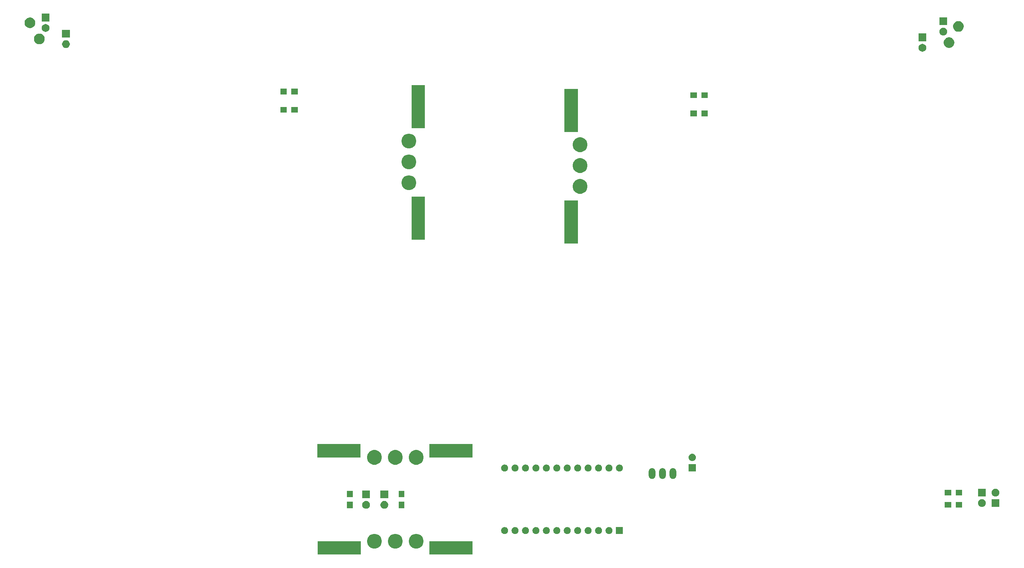
<source format=gbr>
G04 #@! TF.GenerationSoftware,KiCad,Pcbnew,(5.1.0)-1*
G04 #@! TF.CreationDate,2019-05-22T09:29:33+02:00*
G04 #@! TF.ProjectId,A320,41333230-2e6b-4696-9361-645f70636258,1*
G04 #@! TF.SameCoordinates,Original*
G04 #@! TF.FileFunction,Soldermask,Top*
G04 #@! TF.FilePolarity,Negative*
%FSLAX46Y46*%
G04 Gerber Fmt 4.6, Leading zero omitted, Abs format (unit mm)*
G04 Created by KiCad (PCBNEW (5.1.0)-1) date 2019-05-22 09:29:33*
%MOMM*%
%LPD*%
G04 APERTURE LIST*
%ADD10C,0.100000*%
G04 APERTURE END LIST*
D10*
G36*
X168656000Y-60198000D02*
G01*
X165481000Y-60198000D01*
X165481000Y-49784000D01*
X168656000Y-49784000D01*
X168656000Y-60198000D01*
G37*
X168656000Y-60198000D02*
X165481000Y-60198000D01*
X165481000Y-49784000D01*
X168656000Y-49784000D01*
X168656000Y-60198000D01*
G36*
X168656000Y-87376000D02*
G01*
X165481000Y-87376000D01*
X165481000Y-76962000D01*
X168656000Y-76962000D01*
X168656000Y-87376000D01*
G37*
X168656000Y-87376000D02*
X165481000Y-87376000D01*
X165481000Y-76962000D01*
X168656000Y-76962000D01*
X168656000Y-87376000D01*
G36*
X205867000Y-61087000D02*
G01*
X202692000Y-61087000D01*
X202692000Y-50673000D01*
X205867000Y-50673000D01*
X205867000Y-61087000D01*
G37*
X205867000Y-61087000D02*
X202692000Y-61087000D01*
X202692000Y-50673000D01*
X205867000Y-50673000D01*
X205867000Y-61087000D01*
G36*
X205867000Y-88265000D02*
G01*
X202692000Y-88265000D01*
X202692000Y-77851000D01*
X205867000Y-77851000D01*
X205867000Y-88265000D01*
G37*
X205867000Y-88265000D02*
X202692000Y-88265000D01*
X202692000Y-77851000D01*
X205867000Y-77851000D01*
X205867000Y-88265000D01*
G36*
X180213000Y-164084000D02*
G01*
X169799000Y-164084000D01*
X169799000Y-160909000D01*
X180213000Y-160909000D01*
X180213000Y-164084000D01*
G37*
X180213000Y-164084000D02*
X169799000Y-164084000D01*
X169799000Y-160909000D01*
X180213000Y-160909000D01*
X180213000Y-164084000D01*
G36*
X153035000Y-164084000D02*
G01*
X142621000Y-164084000D01*
X142621000Y-160909000D01*
X153035000Y-160909000D01*
X153035000Y-164084000D01*
G37*
X153035000Y-164084000D02*
X142621000Y-164084000D01*
X142621000Y-160909000D01*
X153035000Y-160909000D01*
X153035000Y-164084000D01*
G36*
X180213000Y-140398500D02*
G01*
X169799000Y-140398500D01*
X169799000Y-137223500D01*
X180213000Y-137223500D01*
X180213000Y-140398500D01*
G37*
X180213000Y-140398500D02*
X169799000Y-140398500D01*
X169799000Y-137223500D01*
X180213000Y-137223500D01*
X180213000Y-140398500D01*
G36*
X152971500Y-140398500D02*
G01*
X142557500Y-140398500D01*
X142557500Y-137223500D01*
X152971500Y-137223500D01*
X152971500Y-140398500D01*
G37*
X152971500Y-140398500D02*
X142557500Y-140398500D01*
X142557500Y-137223500D01*
X152971500Y-137223500D01*
X152971500Y-140398500D01*
G36*
X166850905Y-159117789D02*
G01*
X167149350Y-159177153D01*
X167477122Y-159312921D01*
X167772109Y-159510025D01*
X168022975Y-159760891D01*
X168220079Y-160055878D01*
X168355847Y-160383650D01*
X168425060Y-160731611D01*
X168425060Y-161086389D01*
X168355847Y-161434350D01*
X168220079Y-161762122D01*
X168022975Y-162057109D01*
X167772109Y-162307975D01*
X167477122Y-162505079D01*
X167149350Y-162640847D01*
X166850905Y-162700211D01*
X166801390Y-162710060D01*
X166446610Y-162710060D01*
X166397095Y-162700211D01*
X166098650Y-162640847D01*
X165770878Y-162505079D01*
X165475891Y-162307975D01*
X165225025Y-162057109D01*
X165027921Y-161762122D01*
X164892153Y-161434350D01*
X164822940Y-161086389D01*
X164822940Y-160731611D01*
X164892153Y-160383650D01*
X165027921Y-160055878D01*
X165225025Y-159760891D01*
X165475891Y-159510025D01*
X165770878Y-159312921D01*
X166098650Y-159177153D01*
X166397095Y-159117789D01*
X166446610Y-159107940D01*
X166801390Y-159107940D01*
X166850905Y-159117789D01*
X166850905Y-159117789D01*
G37*
G36*
X161770905Y-159117789D02*
G01*
X162069350Y-159177153D01*
X162397122Y-159312921D01*
X162692109Y-159510025D01*
X162942975Y-159760891D01*
X163140079Y-160055878D01*
X163275847Y-160383650D01*
X163345060Y-160731611D01*
X163345060Y-161086389D01*
X163275847Y-161434350D01*
X163140079Y-161762122D01*
X162942975Y-162057109D01*
X162692109Y-162307975D01*
X162397122Y-162505079D01*
X162069350Y-162640847D01*
X161770905Y-162700211D01*
X161721390Y-162710060D01*
X161366610Y-162710060D01*
X161317095Y-162700211D01*
X161018650Y-162640847D01*
X160690878Y-162505079D01*
X160395891Y-162307975D01*
X160145025Y-162057109D01*
X159947921Y-161762122D01*
X159812153Y-161434350D01*
X159742940Y-161086389D01*
X159742940Y-160731611D01*
X159812153Y-160383650D01*
X159947921Y-160055878D01*
X160145025Y-159760891D01*
X160395891Y-159510025D01*
X160690878Y-159312921D01*
X161018650Y-159177153D01*
X161317095Y-159117789D01*
X161366610Y-159107940D01*
X161721390Y-159107940D01*
X161770905Y-159117789D01*
X161770905Y-159117789D01*
G37*
G36*
X156690905Y-159117789D02*
G01*
X156989350Y-159177153D01*
X157317122Y-159312921D01*
X157612109Y-159510025D01*
X157862975Y-159760891D01*
X158060079Y-160055878D01*
X158195847Y-160383650D01*
X158265060Y-160731611D01*
X158265060Y-161086389D01*
X158195847Y-161434350D01*
X158060079Y-161762122D01*
X157862975Y-162057109D01*
X157612109Y-162307975D01*
X157317122Y-162505079D01*
X156989350Y-162640847D01*
X156690905Y-162700211D01*
X156641390Y-162710060D01*
X156286610Y-162710060D01*
X156237095Y-162700211D01*
X155938650Y-162640847D01*
X155610878Y-162505079D01*
X155315891Y-162307975D01*
X155065025Y-162057109D01*
X154867921Y-161762122D01*
X154732153Y-161434350D01*
X154662940Y-161086389D01*
X154662940Y-160731611D01*
X154732153Y-160383650D01*
X154867921Y-160055878D01*
X155065025Y-159760891D01*
X155315891Y-159510025D01*
X155610878Y-159312921D01*
X155938650Y-159177153D01*
X156237095Y-159117789D01*
X156286610Y-159107940D01*
X156641390Y-159107940D01*
X156690905Y-159117789D01*
X156690905Y-159117789D01*
G37*
G36*
X196018728Y-157487203D02*
G01*
X196173600Y-157551353D01*
X196312981Y-157644485D01*
X196431515Y-157763019D01*
X196524647Y-157902400D01*
X196588797Y-158057272D01*
X196621500Y-158221684D01*
X196621500Y-158389316D01*
X196588797Y-158553728D01*
X196524647Y-158708600D01*
X196431515Y-158847981D01*
X196312981Y-158966515D01*
X196173600Y-159059647D01*
X196018728Y-159123797D01*
X195854316Y-159156500D01*
X195686684Y-159156500D01*
X195522272Y-159123797D01*
X195367400Y-159059647D01*
X195228019Y-158966515D01*
X195109485Y-158847981D01*
X195016353Y-158708600D01*
X194952203Y-158553728D01*
X194919500Y-158389316D01*
X194919500Y-158221684D01*
X194952203Y-158057272D01*
X195016353Y-157902400D01*
X195109485Y-157763019D01*
X195228019Y-157644485D01*
X195367400Y-157551353D01*
X195522272Y-157487203D01*
X195686684Y-157454500D01*
X195854316Y-157454500D01*
X196018728Y-157487203D01*
X196018728Y-157487203D01*
G37*
G36*
X188398728Y-157487203D02*
G01*
X188553600Y-157551353D01*
X188692981Y-157644485D01*
X188811515Y-157763019D01*
X188904647Y-157902400D01*
X188968797Y-158057272D01*
X189001500Y-158221684D01*
X189001500Y-158389316D01*
X188968797Y-158553728D01*
X188904647Y-158708600D01*
X188811515Y-158847981D01*
X188692981Y-158966515D01*
X188553600Y-159059647D01*
X188398728Y-159123797D01*
X188234316Y-159156500D01*
X188066684Y-159156500D01*
X187902272Y-159123797D01*
X187747400Y-159059647D01*
X187608019Y-158966515D01*
X187489485Y-158847981D01*
X187396353Y-158708600D01*
X187332203Y-158553728D01*
X187299500Y-158389316D01*
X187299500Y-158221684D01*
X187332203Y-158057272D01*
X187396353Y-157902400D01*
X187489485Y-157763019D01*
X187608019Y-157644485D01*
X187747400Y-157551353D01*
X187902272Y-157487203D01*
X188066684Y-157454500D01*
X188234316Y-157454500D01*
X188398728Y-157487203D01*
X188398728Y-157487203D01*
G37*
G36*
X190938728Y-157487203D02*
G01*
X191093600Y-157551353D01*
X191232981Y-157644485D01*
X191351515Y-157763019D01*
X191444647Y-157902400D01*
X191508797Y-158057272D01*
X191541500Y-158221684D01*
X191541500Y-158389316D01*
X191508797Y-158553728D01*
X191444647Y-158708600D01*
X191351515Y-158847981D01*
X191232981Y-158966515D01*
X191093600Y-159059647D01*
X190938728Y-159123797D01*
X190774316Y-159156500D01*
X190606684Y-159156500D01*
X190442272Y-159123797D01*
X190287400Y-159059647D01*
X190148019Y-158966515D01*
X190029485Y-158847981D01*
X189936353Y-158708600D01*
X189872203Y-158553728D01*
X189839500Y-158389316D01*
X189839500Y-158221684D01*
X189872203Y-158057272D01*
X189936353Y-157902400D01*
X190029485Y-157763019D01*
X190148019Y-157644485D01*
X190287400Y-157551353D01*
X190442272Y-157487203D01*
X190606684Y-157454500D01*
X190774316Y-157454500D01*
X190938728Y-157487203D01*
X190938728Y-157487203D01*
G37*
G36*
X193478728Y-157487203D02*
G01*
X193633600Y-157551353D01*
X193772981Y-157644485D01*
X193891515Y-157763019D01*
X193984647Y-157902400D01*
X194048797Y-158057272D01*
X194081500Y-158221684D01*
X194081500Y-158389316D01*
X194048797Y-158553728D01*
X193984647Y-158708600D01*
X193891515Y-158847981D01*
X193772981Y-158966515D01*
X193633600Y-159059647D01*
X193478728Y-159123797D01*
X193314316Y-159156500D01*
X193146684Y-159156500D01*
X192982272Y-159123797D01*
X192827400Y-159059647D01*
X192688019Y-158966515D01*
X192569485Y-158847981D01*
X192476353Y-158708600D01*
X192412203Y-158553728D01*
X192379500Y-158389316D01*
X192379500Y-158221684D01*
X192412203Y-158057272D01*
X192476353Y-157902400D01*
X192569485Y-157763019D01*
X192688019Y-157644485D01*
X192827400Y-157551353D01*
X192982272Y-157487203D01*
X193146684Y-157454500D01*
X193314316Y-157454500D01*
X193478728Y-157487203D01*
X193478728Y-157487203D01*
G37*
G36*
X216941500Y-159156500D02*
G01*
X215239500Y-159156500D01*
X215239500Y-157454500D01*
X216941500Y-157454500D01*
X216941500Y-159156500D01*
X216941500Y-159156500D01*
G37*
G36*
X213798728Y-157487203D02*
G01*
X213953600Y-157551353D01*
X214092981Y-157644485D01*
X214211515Y-157763019D01*
X214304647Y-157902400D01*
X214368797Y-158057272D01*
X214401500Y-158221684D01*
X214401500Y-158389316D01*
X214368797Y-158553728D01*
X214304647Y-158708600D01*
X214211515Y-158847981D01*
X214092981Y-158966515D01*
X213953600Y-159059647D01*
X213798728Y-159123797D01*
X213634316Y-159156500D01*
X213466684Y-159156500D01*
X213302272Y-159123797D01*
X213147400Y-159059647D01*
X213008019Y-158966515D01*
X212889485Y-158847981D01*
X212796353Y-158708600D01*
X212732203Y-158553728D01*
X212699500Y-158389316D01*
X212699500Y-158221684D01*
X212732203Y-158057272D01*
X212796353Y-157902400D01*
X212889485Y-157763019D01*
X213008019Y-157644485D01*
X213147400Y-157551353D01*
X213302272Y-157487203D01*
X213466684Y-157454500D01*
X213634316Y-157454500D01*
X213798728Y-157487203D01*
X213798728Y-157487203D01*
G37*
G36*
X211258728Y-157487203D02*
G01*
X211413600Y-157551353D01*
X211552981Y-157644485D01*
X211671515Y-157763019D01*
X211764647Y-157902400D01*
X211828797Y-158057272D01*
X211861500Y-158221684D01*
X211861500Y-158389316D01*
X211828797Y-158553728D01*
X211764647Y-158708600D01*
X211671515Y-158847981D01*
X211552981Y-158966515D01*
X211413600Y-159059647D01*
X211258728Y-159123797D01*
X211094316Y-159156500D01*
X210926684Y-159156500D01*
X210762272Y-159123797D01*
X210607400Y-159059647D01*
X210468019Y-158966515D01*
X210349485Y-158847981D01*
X210256353Y-158708600D01*
X210192203Y-158553728D01*
X210159500Y-158389316D01*
X210159500Y-158221684D01*
X210192203Y-158057272D01*
X210256353Y-157902400D01*
X210349485Y-157763019D01*
X210468019Y-157644485D01*
X210607400Y-157551353D01*
X210762272Y-157487203D01*
X210926684Y-157454500D01*
X211094316Y-157454500D01*
X211258728Y-157487203D01*
X211258728Y-157487203D01*
G37*
G36*
X208718728Y-157487203D02*
G01*
X208873600Y-157551353D01*
X209012981Y-157644485D01*
X209131515Y-157763019D01*
X209224647Y-157902400D01*
X209288797Y-158057272D01*
X209321500Y-158221684D01*
X209321500Y-158389316D01*
X209288797Y-158553728D01*
X209224647Y-158708600D01*
X209131515Y-158847981D01*
X209012981Y-158966515D01*
X208873600Y-159059647D01*
X208718728Y-159123797D01*
X208554316Y-159156500D01*
X208386684Y-159156500D01*
X208222272Y-159123797D01*
X208067400Y-159059647D01*
X207928019Y-158966515D01*
X207809485Y-158847981D01*
X207716353Y-158708600D01*
X207652203Y-158553728D01*
X207619500Y-158389316D01*
X207619500Y-158221684D01*
X207652203Y-158057272D01*
X207716353Y-157902400D01*
X207809485Y-157763019D01*
X207928019Y-157644485D01*
X208067400Y-157551353D01*
X208222272Y-157487203D01*
X208386684Y-157454500D01*
X208554316Y-157454500D01*
X208718728Y-157487203D01*
X208718728Y-157487203D01*
G37*
G36*
X206178728Y-157487203D02*
G01*
X206333600Y-157551353D01*
X206472981Y-157644485D01*
X206591515Y-157763019D01*
X206684647Y-157902400D01*
X206748797Y-158057272D01*
X206781500Y-158221684D01*
X206781500Y-158389316D01*
X206748797Y-158553728D01*
X206684647Y-158708600D01*
X206591515Y-158847981D01*
X206472981Y-158966515D01*
X206333600Y-159059647D01*
X206178728Y-159123797D01*
X206014316Y-159156500D01*
X205846684Y-159156500D01*
X205682272Y-159123797D01*
X205527400Y-159059647D01*
X205388019Y-158966515D01*
X205269485Y-158847981D01*
X205176353Y-158708600D01*
X205112203Y-158553728D01*
X205079500Y-158389316D01*
X205079500Y-158221684D01*
X205112203Y-158057272D01*
X205176353Y-157902400D01*
X205269485Y-157763019D01*
X205388019Y-157644485D01*
X205527400Y-157551353D01*
X205682272Y-157487203D01*
X205846684Y-157454500D01*
X206014316Y-157454500D01*
X206178728Y-157487203D01*
X206178728Y-157487203D01*
G37*
G36*
X203638728Y-157487203D02*
G01*
X203793600Y-157551353D01*
X203932981Y-157644485D01*
X204051515Y-157763019D01*
X204144647Y-157902400D01*
X204208797Y-158057272D01*
X204241500Y-158221684D01*
X204241500Y-158389316D01*
X204208797Y-158553728D01*
X204144647Y-158708600D01*
X204051515Y-158847981D01*
X203932981Y-158966515D01*
X203793600Y-159059647D01*
X203638728Y-159123797D01*
X203474316Y-159156500D01*
X203306684Y-159156500D01*
X203142272Y-159123797D01*
X202987400Y-159059647D01*
X202848019Y-158966515D01*
X202729485Y-158847981D01*
X202636353Y-158708600D01*
X202572203Y-158553728D01*
X202539500Y-158389316D01*
X202539500Y-158221684D01*
X202572203Y-158057272D01*
X202636353Y-157902400D01*
X202729485Y-157763019D01*
X202848019Y-157644485D01*
X202987400Y-157551353D01*
X203142272Y-157487203D01*
X203306684Y-157454500D01*
X203474316Y-157454500D01*
X203638728Y-157487203D01*
X203638728Y-157487203D01*
G37*
G36*
X201098728Y-157487203D02*
G01*
X201253600Y-157551353D01*
X201392981Y-157644485D01*
X201511515Y-157763019D01*
X201604647Y-157902400D01*
X201668797Y-158057272D01*
X201701500Y-158221684D01*
X201701500Y-158389316D01*
X201668797Y-158553728D01*
X201604647Y-158708600D01*
X201511515Y-158847981D01*
X201392981Y-158966515D01*
X201253600Y-159059647D01*
X201098728Y-159123797D01*
X200934316Y-159156500D01*
X200766684Y-159156500D01*
X200602272Y-159123797D01*
X200447400Y-159059647D01*
X200308019Y-158966515D01*
X200189485Y-158847981D01*
X200096353Y-158708600D01*
X200032203Y-158553728D01*
X199999500Y-158389316D01*
X199999500Y-158221684D01*
X200032203Y-158057272D01*
X200096353Y-157902400D01*
X200189485Y-157763019D01*
X200308019Y-157644485D01*
X200447400Y-157551353D01*
X200602272Y-157487203D01*
X200766684Y-157454500D01*
X200934316Y-157454500D01*
X201098728Y-157487203D01*
X201098728Y-157487203D01*
G37*
G36*
X198558728Y-157487203D02*
G01*
X198713600Y-157551353D01*
X198852981Y-157644485D01*
X198971515Y-157763019D01*
X199064647Y-157902400D01*
X199128797Y-158057272D01*
X199161500Y-158221684D01*
X199161500Y-158389316D01*
X199128797Y-158553728D01*
X199064647Y-158708600D01*
X198971515Y-158847981D01*
X198852981Y-158966515D01*
X198713600Y-159059647D01*
X198558728Y-159123797D01*
X198394316Y-159156500D01*
X198226684Y-159156500D01*
X198062272Y-159123797D01*
X197907400Y-159059647D01*
X197768019Y-158966515D01*
X197649485Y-158847981D01*
X197556353Y-158708600D01*
X197492203Y-158553728D01*
X197459500Y-158389316D01*
X197459500Y-158221684D01*
X197492203Y-158057272D01*
X197556353Y-157902400D01*
X197649485Y-157763019D01*
X197768019Y-157644485D01*
X197907400Y-157551353D01*
X198062272Y-157487203D01*
X198226684Y-157454500D01*
X198394316Y-157454500D01*
X198558728Y-157487203D01*
X198558728Y-157487203D01*
G37*
G36*
X159168395Y-151127546D02*
G01*
X159341466Y-151199234D01*
X159341467Y-151199235D01*
X159497227Y-151303310D01*
X159629690Y-151435773D01*
X159629691Y-151435775D01*
X159733766Y-151591534D01*
X159805454Y-151764605D01*
X159842000Y-151948333D01*
X159842000Y-152135667D01*
X159805454Y-152319395D01*
X159733766Y-152492466D01*
X159733765Y-152492467D01*
X159629690Y-152648227D01*
X159497227Y-152780690D01*
X159418818Y-152833081D01*
X159341466Y-152884766D01*
X159168395Y-152956454D01*
X158984667Y-152993000D01*
X158797333Y-152993000D01*
X158613605Y-152956454D01*
X158440534Y-152884766D01*
X158363182Y-152833081D01*
X158284773Y-152780690D01*
X158152310Y-152648227D01*
X158048235Y-152492467D01*
X158048234Y-152492466D01*
X157976546Y-152319395D01*
X157940000Y-152135667D01*
X157940000Y-151948333D01*
X157976546Y-151764605D01*
X158048234Y-151591534D01*
X158152309Y-151435775D01*
X158152310Y-151435773D01*
X158284773Y-151303310D01*
X158440533Y-151199235D01*
X158440534Y-151199234D01*
X158613605Y-151127546D01*
X158797333Y-151091000D01*
X158984667Y-151091000D01*
X159168395Y-151127546D01*
X159168395Y-151127546D01*
G37*
G36*
X154723395Y-151127546D02*
G01*
X154896466Y-151199234D01*
X154896467Y-151199235D01*
X155052227Y-151303310D01*
X155184690Y-151435773D01*
X155184691Y-151435775D01*
X155288766Y-151591534D01*
X155360454Y-151764605D01*
X155397000Y-151948333D01*
X155397000Y-152135667D01*
X155360454Y-152319395D01*
X155288766Y-152492466D01*
X155288765Y-152492467D01*
X155184690Y-152648227D01*
X155052227Y-152780690D01*
X154973818Y-152833081D01*
X154896466Y-152884766D01*
X154723395Y-152956454D01*
X154539667Y-152993000D01*
X154352333Y-152993000D01*
X154168605Y-152956454D01*
X153995534Y-152884766D01*
X153918182Y-152833081D01*
X153839773Y-152780690D01*
X153707310Y-152648227D01*
X153603235Y-152492467D01*
X153603234Y-152492466D01*
X153531546Y-152319395D01*
X153495000Y-152135667D01*
X153495000Y-151948333D01*
X153531546Y-151764605D01*
X153603234Y-151591534D01*
X153707309Y-151435775D01*
X153707310Y-151435773D01*
X153839773Y-151303310D01*
X153995533Y-151199235D01*
X153995534Y-151199234D01*
X154168605Y-151127546D01*
X154352333Y-151091000D01*
X154539667Y-151091000D01*
X154723395Y-151127546D01*
X154723395Y-151127546D01*
G37*
G36*
X163769000Y-152900000D02*
G01*
X162367000Y-152900000D01*
X162367000Y-151298000D01*
X163769000Y-151298000D01*
X163769000Y-152900000D01*
X163769000Y-152900000D01*
G37*
G36*
X151196000Y-152900000D02*
G01*
X149794000Y-152900000D01*
X149794000Y-151298000D01*
X151196000Y-151298000D01*
X151196000Y-152900000D01*
X151196000Y-152900000D01*
G37*
G36*
X296805000Y-152720000D02*
G01*
X295203000Y-152720000D01*
X295203000Y-151318000D01*
X296805000Y-151318000D01*
X296805000Y-152720000D01*
X296805000Y-152720000D01*
G37*
G36*
X299505000Y-152720000D02*
G01*
X297903000Y-152720000D01*
X297903000Y-151318000D01*
X299505000Y-151318000D01*
X299505000Y-152720000D01*
X299505000Y-152720000D01*
G37*
G36*
X308545000Y-152560000D02*
G01*
X306643000Y-152560000D01*
X306643000Y-150658000D01*
X308545000Y-150658000D01*
X308545000Y-152560000D01*
X308545000Y-152560000D01*
G37*
G36*
X304561395Y-150694546D02*
G01*
X304734466Y-150766234D01*
X304734467Y-150766235D01*
X304890227Y-150870310D01*
X305022690Y-151002773D01*
X305022691Y-151002775D01*
X305126766Y-151158534D01*
X305198454Y-151331605D01*
X305235000Y-151515333D01*
X305235000Y-151702667D01*
X305198454Y-151886395D01*
X305126766Y-152059466D01*
X305126765Y-152059467D01*
X305022690Y-152215227D01*
X304890227Y-152347690D01*
X304811818Y-152400081D01*
X304734466Y-152451766D01*
X304561395Y-152523454D01*
X304377667Y-152560000D01*
X304190333Y-152560000D01*
X304006605Y-152523454D01*
X303833534Y-152451766D01*
X303756182Y-152400081D01*
X303677773Y-152347690D01*
X303545310Y-152215227D01*
X303441235Y-152059467D01*
X303441234Y-152059466D01*
X303369546Y-151886395D01*
X303333000Y-151702667D01*
X303333000Y-151515333D01*
X303369546Y-151331605D01*
X303441234Y-151158534D01*
X303545309Y-151002775D01*
X303545310Y-151002773D01*
X303677773Y-150870310D01*
X303833533Y-150766235D01*
X303833534Y-150766234D01*
X304006605Y-150694546D01*
X304190333Y-150658000D01*
X304377667Y-150658000D01*
X304561395Y-150694546D01*
X304561395Y-150694546D01*
G37*
G36*
X155397000Y-150453000D02*
G01*
X153495000Y-150453000D01*
X153495000Y-148551000D01*
X155397000Y-148551000D01*
X155397000Y-150453000D01*
X155397000Y-150453000D01*
G37*
G36*
X159842000Y-150453000D02*
G01*
X157940000Y-150453000D01*
X157940000Y-148551000D01*
X159842000Y-148551000D01*
X159842000Y-150453000D01*
X159842000Y-150453000D01*
G37*
G36*
X163769000Y-150200000D02*
G01*
X162367000Y-150200000D01*
X162367000Y-148598000D01*
X163769000Y-148598000D01*
X163769000Y-150200000D01*
X163769000Y-150200000D01*
G37*
G36*
X151196000Y-150200000D02*
G01*
X149794000Y-150200000D01*
X149794000Y-148598000D01*
X151196000Y-148598000D01*
X151196000Y-150200000D01*
X151196000Y-150200000D01*
G37*
G36*
X305235000Y-150020000D02*
G01*
X303333000Y-150020000D01*
X303333000Y-148118000D01*
X305235000Y-148118000D01*
X305235000Y-150020000D01*
X305235000Y-150020000D01*
G37*
G36*
X307871395Y-148154546D02*
G01*
X308044466Y-148226234D01*
X308044467Y-148226235D01*
X308200227Y-148330310D01*
X308332690Y-148462773D01*
X308332691Y-148462775D01*
X308436766Y-148618534D01*
X308508454Y-148791605D01*
X308545000Y-148975333D01*
X308545000Y-149162667D01*
X308508454Y-149346395D01*
X308436766Y-149519466D01*
X308436765Y-149519467D01*
X308332690Y-149675227D01*
X308200227Y-149807690D01*
X308121818Y-149860081D01*
X308044466Y-149911766D01*
X307871395Y-149983454D01*
X307687667Y-150020000D01*
X307500333Y-150020000D01*
X307316605Y-149983454D01*
X307143534Y-149911766D01*
X307066182Y-149860081D01*
X306987773Y-149807690D01*
X306855310Y-149675227D01*
X306751235Y-149519467D01*
X306751234Y-149519466D01*
X306679546Y-149346395D01*
X306643000Y-149162667D01*
X306643000Y-148975333D01*
X306679546Y-148791605D01*
X306751234Y-148618534D01*
X306855309Y-148462775D01*
X306855310Y-148462773D01*
X306987773Y-148330310D01*
X307143533Y-148226235D01*
X307143534Y-148226234D01*
X307316605Y-148154546D01*
X307500333Y-148118000D01*
X307687667Y-148118000D01*
X307871395Y-148154546D01*
X307871395Y-148154546D01*
G37*
G36*
X299505000Y-149750000D02*
G01*
X297903000Y-149750000D01*
X297903000Y-148348000D01*
X299505000Y-148348000D01*
X299505000Y-149750000D01*
X299505000Y-149750000D01*
G37*
G36*
X296805000Y-149750000D02*
G01*
X295203000Y-149750000D01*
X295203000Y-148348000D01*
X296805000Y-148348000D01*
X296805000Y-149750000D01*
X296805000Y-149750000D01*
G37*
G36*
X226727376Y-143097764D02*
G01*
X226880627Y-143144252D01*
X226880630Y-143144253D01*
X227021863Y-143219744D01*
X227145659Y-143321341D01*
X227247256Y-143445137D01*
X227322747Y-143586370D01*
X227322748Y-143586373D01*
X227369236Y-143739624D01*
X227381000Y-143859067D01*
X227381000Y-144938933D01*
X227369236Y-145058376D01*
X227322748Y-145211626D01*
X227322747Y-145211630D01*
X227247256Y-145352863D01*
X227145659Y-145476659D01*
X227021863Y-145578256D01*
X226880629Y-145653747D01*
X226880626Y-145653748D01*
X226727375Y-145700236D01*
X226568000Y-145715933D01*
X226408624Y-145700236D01*
X226255373Y-145653748D01*
X226255370Y-145653747D01*
X226114137Y-145578256D01*
X225990341Y-145476659D01*
X225888744Y-145352863D01*
X225813253Y-145211629D01*
X225813252Y-145211626D01*
X225766764Y-145058375D01*
X225755000Y-144938932D01*
X225755001Y-143859067D01*
X225766765Y-143739624D01*
X225813253Y-143586373D01*
X225813254Y-143586370D01*
X225888745Y-143445137D01*
X225990342Y-143321341D01*
X226114138Y-143219744D01*
X226255371Y-143144253D01*
X226255374Y-143144252D01*
X226408625Y-143097764D01*
X226568000Y-143082067D01*
X226727376Y-143097764D01*
X226727376Y-143097764D01*
G37*
G36*
X229267376Y-143097764D02*
G01*
X229420627Y-143144252D01*
X229420630Y-143144253D01*
X229561863Y-143219744D01*
X229685659Y-143321341D01*
X229787256Y-143445137D01*
X229862747Y-143586370D01*
X229862748Y-143586373D01*
X229909236Y-143739624D01*
X229921000Y-143859067D01*
X229921000Y-144938933D01*
X229909236Y-145058376D01*
X229862748Y-145211626D01*
X229862747Y-145211630D01*
X229787256Y-145352863D01*
X229685659Y-145476659D01*
X229561863Y-145578256D01*
X229420629Y-145653747D01*
X229420626Y-145653748D01*
X229267375Y-145700236D01*
X229108000Y-145715933D01*
X228948624Y-145700236D01*
X228795373Y-145653748D01*
X228795370Y-145653747D01*
X228654137Y-145578256D01*
X228530341Y-145476659D01*
X228428744Y-145352863D01*
X228353253Y-145211629D01*
X228353252Y-145211626D01*
X228306764Y-145058375D01*
X228295000Y-144938932D01*
X228295001Y-143859067D01*
X228306765Y-143739624D01*
X228353253Y-143586373D01*
X228353254Y-143586370D01*
X228428745Y-143445137D01*
X228530342Y-143321341D01*
X228654138Y-143219744D01*
X228795371Y-143144253D01*
X228795374Y-143144252D01*
X228948625Y-143097764D01*
X229108000Y-143082067D01*
X229267376Y-143097764D01*
X229267376Y-143097764D01*
G37*
G36*
X224187376Y-143097764D02*
G01*
X224340627Y-143144252D01*
X224340630Y-143144253D01*
X224481863Y-143219744D01*
X224605659Y-143321341D01*
X224707256Y-143445137D01*
X224782747Y-143586370D01*
X224782748Y-143586373D01*
X224829236Y-143739624D01*
X224841000Y-143859067D01*
X224841000Y-144938933D01*
X224829236Y-145058376D01*
X224782748Y-145211626D01*
X224782747Y-145211630D01*
X224707256Y-145352863D01*
X224605659Y-145476659D01*
X224481863Y-145578256D01*
X224340629Y-145653747D01*
X224340626Y-145653748D01*
X224187375Y-145700236D01*
X224028000Y-145715933D01*
X223868624Y-145700236D01*
X223715373Y-145653748D01*
X223715370Y-145653747D01*
X223574137Y-145578256D01*
X223450341Y-145476659D01*
X223348744Y-145352863D01*
X223273253Y-145211629D01*
X223273252Y-145211626D01*
X223226764Y-145058375D01*
X223215000Y-144938932D01*
X223215001Y-143859067D01*
X223226765Y-143739624D01*
X223273253Y-143586373D01*
X223273254Y-143586370D01*
X223348745Y-143445137D01*
X223450342Y-143321341D01*
X223574138Y-143219744D01*
X223715371Y-143144253D01*
X223715374Y-143144252D01*
X223868625Y-143097764D01*
X224028000Y-143082067D01*
X224187376Y-143097764D01*
X224187376Y-143097764D01*
G37*
G36*
X208718728Y-142247203D02*
G01*
X208873600Y-142311353D01*
X209012981Y-142404485D01*
X209131515Y-142523019D01*
X209224647Y-142662400D01*
X209288797Y-142817272D01*
X209321500Y-142981684D01*
X209321500Y-143149316D01*
X209288797Y-143313728D01*
X209224647Y-143468600D01*
X209131515Y-143607981D01*
X209012981Y-143726515D01*
X208873600Y-143819647D01*
X208718728Y-143883797D01*
X208554316Y-143916500D01*
X208386684Y-143916500D01*
X208222272Y-143883797D01*
X208067400Y-143819647D01*
X207928019Y-143726515D01*
X207809485Y-143607981D01*
X207716353Y-143468600D01*
X207652203Y-143313728D01*
X207619500Y-143149316D01*
X207619500Y-142981684D01*
X207652203Y-142817272D01*
X207716353Y-142662400D01*
X207809485Y-142523019D01*
X207928019Y-142404485D01*
X208067400Y-142311353D01*
X208222272Y-142247203D01*
X208386684Y-142214500D01*
X208554316Y-142214500D01*
X208718728Y-142247203D01*
X208718728Y-142247203D01*
G37*
G36*
X188398728Y-142247203D02*
G01*
X188553600Y-142311353D01*
X188692981Y-142404485D01*
X188811515Y-142523019D01*
X188904647Y-142662400D01*
X188968797Y-142817272D01*
X189001500Y-142981684D01*
X189001500Y-143149316D01*
X188968797Y-143313728D01*
X188904647Y-143468600D01*
X188811515Y-143607981D01*
X188692981Y-143726515D01*
X188553600Y-143819647D01*
X188398728Y-143883797D01*
X188234316Y-143916500D01*
X188066684Y-143916500D01*
X187902272Y-143883797D01*
X187747400Y-143819647D01*
X187608019Y-143726515D01*
X187489485Y-143607981D01*
X187396353Y-143468600D01*
X187332203Y-143313728D01*
X187299500Y-143149316D01*
X187299500Y-142981684D01*
X187332203Y-142817272D01*
X187396353Y-142662400D01*
X187489485Y-142523019D01*
X187608019Y-142404485D01*
X187747400Y-142311353D01*
X187902272Y-142247203D01*
X188066684Y-142214500D01*
X188234316Y-142214500D01*
X188398728Y-142247203D01*
X188398728Y-142247203D01*
G37*
G36*
X193478728Y-142247203D02*
G01*
X193633600Y-142311353D01*
X193772981Y-142404485D01*
X193891515Y-142523019D01*
X193984647Y-142662400D01*
X194048797Y-142817272D01*
X194081500Y-142981684D01*
X194081500Y-143149316D01*
X194048797Y-143313728D01*
X193984647Y-143468600D01*
X193891515Y-143607981D01*
X193772981Y-143726515D01*
X193633600Y-143819647D01*
X193478728Y-143883797D01*
X193314316Y-143916500D01*
X193146684Y-143916500D01*
X192982272Y-143883797D01*
X192827400Y-143819647D01*
X192688019Y-143726515D01*
X192569485Y-143607981D01*
X192476353Y-143468600D01*
X192412203Y-143313728D01*
X192379500Y-143149316D01*
X192379500Y-142981684D01*
X192412203Y-142817272D01*
X192476353Y-142662400D01*
X192569485Y-142523019D01*
X192688019Y-142404485D01*
X192827400Y-142311353D01*
X192982272Y-142247203D01*
X193146684Y-142214500D01*
X193314316Y-142214500D01*
X193478728Y-142247203D01*
X193478728Y-142247203D01*
G37*
G36*
X196018728Y-142247203D02*
G01*
X196173600Y-142311353D01*
X196312981Y-142404485D01*
X196431515Y-142523019D01*
X196524647Y-142662400D01*
X196588797Y-142817272D01*
X196621500Y-142981684D01*
X196621500Y-143149316D01*
X196588797Y-143313728D01*
X196524647Y-143468600D01*
X196431515Y-143607981D01*
X196312981Y-143726515D01*
X196173600Y-143819647D01*
X196018728Y-143883797D01*
X195854316Y-143916500D01*
X195686684Y-143916500D01*
X195522272Y-143883797D01*
X195367400Y-143819647D01*
X195228019Y-143726515D01*
X195109485Y-143607981D01*
X195016353Y-143468600D01*
X194952203Y-143313728D01*
X194919500Y-143149316D01*
X194919500Y-142981684D01*
X194952203Y-142817272D01*
X195016353Y-142662400D01*
X195109485Y-142523019D01*
X195228019Y-142404485D01*
X195367400Y-142311353D01*
X195522272Y-142247203D01*
X195686684Y-142214500D01*
X195854316Y-142214500D01*
X196018728Y-142247203D01*
X196018728Y-142247203D01*
G37*
G36*
X198558728Y-142247203D02*
G01*
X198713600Y-142311353D01*
X198852981Y-142404485D01*
X198971515Y-142523019D01*
X199064647Y-142662400D01*
X199128797Y-142817272D01*
X199161500Y-142981684D01*
X199161500Y-143149316D01*
X199128797Y-143313728D01*
X199064647Y-143468600D01*
X198971515Y-143607981D01*
X198852981Y-143726515D01*
X198713600Y-143819647D01*
X198558728Y-143883797D01*
X198394316Y-143916500D01*
X198226684Y-143916500D01*
X198062272Y-143883797D01*
X197907400Y-143819647D01*
X197768019Y-143726515D01*
X197649485Y-143607981D01*
X197556353Y-143468600D01*
X197492203Y-143313728D01*
X197459500Y-143149316D01*
X197459500Y-142981684D01*
X197492203Y-142817272D01*
X197556353Y-142662400D01*
X197649485Y-142523019D01*
X197768019Y-142404485D01*
X197907400Y-142311353D01*
X198062272Y-142247203D01*
X198226684Y-142214500D01*
X198394316Y-142214500D01*
X198558728Y-142247203D01*
X198558728Y-142247203D01*
G37*
G36*
X201098728Y-142247203D02*
G01*
X201253600Y-142311353D01*
X201392981Y-142404485D01*
X201511515Y-142523019D01*
X201604647Y-142662400D01*
X201668797Y-142817272D01*
X201701500Y-142981684D01*
X201701500Y-143149316D01*
X201668797Y-143313728D01*
X201604647Y-143468600D01*
X201511515Y-143607981D01*
X201392981Y-143726515D01*
X201253600Y-143819647D01*
X201098728Y-143883797D01*
X200934316Y-143916500D01*
X200766684Y-143916500D01*
X200602272Y-143883797D01*
X200447400Y-143819647D01*
X200308019Y-143726515D01*
X200189485Y-143607981D01*
X200096353Y-143468600D01*
X200032203Y-143313728D01*
X199999500Y-143149316D01*
X199999500Y-142981684D01*
X200032203Y-142817272D01*
X200096353Y-142662400D01*
X200189485Y-142523019D01*
X200308019Y-142404485D01*
X200447400Y-142311353D01*
X200602272Y-142247203D01*
X200766684Y-142214500D01*
X200934316Y-142214500D01*
X201098728Y-142247203D01*
X201098728Y-142247203D01*
G37*
G36*
X206178728Y-142247203D02*
G01*
X206333600Y-142311353D01*
X206472981Y-142404485D01*
X206591515Y-142523019D01*
X206684647Y-142662400D01*
X206748797Y-142817272D01*
X206781500Y-142981684D01*
X206781500Y-143149316D01*
X206748797Y-143313728D01*
X206684647Y-143468600D01*
X206591515Y-143607981D01*
X206472981Y-143726515D01*
X206333600Y-143819647D01*
X206178728Y-143883797D01*
X206014316Y-143916500D01*
X205846684Y-143916500D01*
X205682272Y-143883797D01*
X205527400Y-143819647D01*
X205388019Y-143726515D01*
X205269485Y-143607981D01*
X205176353Y-143468600D01*
X205112203Y-143313728D01*
X205079500Y-143149316D01*
X205079500Y-142981684D01*
X205112203Y-142817272D01*
X205176353Y-142662400D01*
X205269485Y-142523019D01*
X205388019Y-142404485D01*
X205527400Y-142311353D01*
X205682272Y-142247203D01*
X205846684Y-142214500D01*
X206014316Y-142214500D01*
X206178728Y-142247203D01*
X206178728Y-142247203D01*
G37*
G36*
X203638728Y-142247203D02*
G01*
X203793600Y-142311353D01*
X203932981Y-142404485D01*
X204051515Y-142523019D01*
X204144647Y-142662400D01*
X204208797Y-142817272D01*
X204241500Y-142981684D01*
X204241500Y-143149316D01*
X204208797Y-143313728D01*
X204144647Y-143468600D01*
X204051515Y-143607981D01*
X203932981Y-143726515D01*
X203793600Y-143819647D01*
X203638728Y-143883797D01*
X203474316Y-143916500D01*
X203306684Y-143916500D01*
X203142272Y-143883797D01*
X202987400Y-143819647D01*
X202848019Y-143726515D01*
X202729485Y-143607981D01*
X202636353Y-143468600D01*
X202572203Y-143313728D01*
X202539500Y-143149316D01*
X202539500Y-142981684D01*
X202572203Y-142817272D01*
X202636353Y-142662400D01*
X202729485Y-142523019D01*
X202848019Y-142404485D01*
X202987400Y-142311353D01*
X203142272Y-142247203D01*
X203306684Y-142214500D01*
X203474316Y-142214500D01*
X203638728Y-142247203D01*
X203638728Y-142247203D01*
G37*
G36*
X190938728Y-142247203D02*
G01*
X191093600Y-142311353D01*
X191232981Y-142404485D01*
X191351515Y-142523019D01*
X191444647Y-142662400D01*
X191508797Y-142817272D01*
X191541500Y-142981684D01*
X191541500Y-143149316D01*
X191508797Y-143313728D01*
X191444647Y-143468600D01*
X191351515Y-143607981D01*
X191232981Y-143726515D01*
X191093600Y-143819647D01*
X190938728Y-143883797D01*
X190774316Y-143916500D01*
X190606684Y-143916500D01*
X190442272Y-143883797D01*
X190287400Y-143819647D01*
X190148019Y-143726515D01*
X190029485Y-143607981D01*
X189936353Y-143468600D01*
X189872203Y-143313728D01*
X189839500Y-143149316D01*
X189839500Y-142981684D01*
X189872203Y-142817272D01*
X189936353Y-142662400D01*
X190029485Y-142523019D01*
X190148019Y-142404485D01*
X190287400Y-142311353D01*
X190442272Y-142247203D01*
X190606684Y-142214500D01*
X190774316Y-142214500D01*
X190938728Y-142247203D01*
X190938728Y-142247203D01*
G37*
G36*
X216338728Y-142247203D02*
G01*
X216493600Y-142311353D01*
X216632981Y-142404485D01*
X216751515Y-142523019D01*
X216844647Y-142662400D01*
X216908797Y-142817272D01*
X216941500Y-142981684D01*
X216941500Y-143149316D01*
X216908797Y-143313728D01*
X216844647Y-143468600D01*
X216751515Y-143607981D01*
X216632981Y-143726515D01*
X216493600Y-143819647D01*
X216338728Y-143883797D01*
X216174316Y-143916500D01*
X216006684Y-143916500D01*
X215842272Y-143883797D01*
X215687400Y-143819647D01*
X215548019Y-143726515D01*
X215429485Y-143607981D01*
X215336353Y-143468600D01*
X215272203Y-143313728D01*
X215239500Y-143149316D01*
X215239500Y-142981684D01*
X215272203Y-142817272D01*
X215336353Y-142662400D01*
X215429485Y-142523019D01*
X215548019Y-142404485D01*
X215687400Y-142311353D01*
X215842272Y-142247203D01*
X216006684Y-142214500D01*
X216174316Y-142214500D01*
X216338728Y-142247203D01*
X216338728Y-142247203D01*
G37*
G36*
X213798728Y-142247203D02*
G01*
X213953600Y-142311353D01*
X214092981Y-142404485D01*
X214211515Y-142523019D01*
X214304647Y-142662400D01*
X214368797Y-142817272D01*
X214401500Y-142981684D01*
X214401500Y-143149316D01*
X214368797Y-143313728D01*
X214304647Y-143468600D01*
X214211515Y-143607981D01*
X214092981Y-143726515D01*
X213953600Y-143819647D01*
X213798728Y-143883797D01*
X213634316Y-143916500D01*
X213466684Y-143916500D01*
X213302272Y-143883797D01*
X213147400Y-143819647D01*
X213008019Y-143726515D01*
X212889485Y-143607981D01*
X212796353Y-143468600D01*
X212732203Y-143313728D01*
X212699500Y-143149316D01*
X212699500Y-142981684D01*
X212732203Y-142817272D01*
X212796353Y-142662400D01*
X212889485Y-142523019D01*
X213008019Y-142404485D01*
X213147400Y-142311353D01*
X213302272Y-142247203D01*
X213466684Y-142214500D01*
X213634316Y-142214500D01*
X213798728Y-142247203D01*
X213798728Y-142247203D01*
G37*
G36*
X211258728Y-142247203D02*
G01*
X211413600Y-142311353D01*
X211552981Y-142404485D01*
X211671515Y-142523019D01*
X211764647Y-142662400D01*
X211828797Y-142817272D01*
X211861500Y-142981684D01*
X211861500Y-143149316D01*
X211828797Y-143313728D01*
X211764647Y-143468600D01*
X211671515Y-143607981D01*
X211552981Y-143726515D01*
X211413600Y-143819647D01*
X211258728Y-143883797D01*
X211094316Y-143916500D01*
X210926684Y-143916500D01*
X210762272Y-143883797D01*
X210607400Y-143819647D01*
X210468019Y-143726515D01*
X210349485Y-143607981D01*
X210256353Y-143468600D01*
X210192203Y-143313728D01*
X210159500Y-143149316D01*
X210159500Y-142981684D01*
X210192203Y-142817272D01*
X210256353Y-142662400D01*
X210349485Y-142523019D01*
X210468019Y-142404485D01*
X210607400Y-142311353D01*
X210762272Y-142247203D01*
X210926684Y-142214500D01*
X211094316Y-142214500D01*
X211258728Y-142247203D01*
X211258728Y-142247203D01*
G37*
G36*
X234708000Y-143903000D02*
G01*
X232906000Y-143903000D01*
X232906000Y-142101000D01*
X234708000Y-142101000D01*
X234708000Y-143903000D01*
X234708000Y-143903000D01*
G37*
G36*
X156690905Y-138670789D02*
G01*
X156989350Y-138730153D01*
X157317122Y-138865921D01*
X157612109Y-139063025D01*
X157862975Y-139313891D01*
X158060079Y-139608878D01*
X158195847Y-139936650D01*
X158265060Y-140284611D01*
X158265060Y-140639389D01*
X158195847Y-140987350D01*
X158060079Y-141315122D01*
X157862975Y-141610109D01*
X157612109Y-141860975D01*
X157317122Y-142058079D01*
X156989350Y-142193847D01*
X156721108Y-142247203D01*
X156641390Y-142263060D01*
X156286610Y-142263060D01*
X156206892Y-142247203D01*
X155938650Y-142193847D01*
X155610878Y-142058079D01*
X155315891Y-141860975D01*
X155065025Y-141610109D01*
X154867921Y-141315122D01*
X154732153Y-140987350D01*
X154662940Y-140639389D01*
X154662940Y-140284611D01*
X154732153Y-139936650D01*
X154867921Y-139608878D01*
X155065025Y-139313891D01*
X155315891Y-139063025D01*
X155610878Y-138865921D01*
X155938650Y-138730153D01*
X156237095Y-138670789D01*
X156286610Y-138660940D01*
X156641390Y-138660940D01*
X156690905Y-138670789D01*
X156690905Y-138670789D01*
G37*
G36*
X161770905Y-138670789D02*
G01*
X162069350Y-138730153D01*
X162397122Y-138865921D01*
X162692109Y-139063025D01*
X162942975Y-139313891D01*
X163140079Y-139608878D01*
X163275847Y-139936650D01*
X163345060Y-140284611D01*
X163345060Y-140639389D01*
X163275847Y-140987350D01*
X163140079Y-141315122D01*
X162942975Y-141610109D01*
X162692109Y-141860975D01*
X162397122Y-142058079D01*
X162069350Y-142193847D01*
X161801108Y-142247203D01*
X161721390Y-142263060D01*
X161366610Y-142263060D01*
X161286892Y-142247203D01*
X161018650Y-142193847D01*
X160690878Y-142058079D01*
X160395891Y-141860975D01*
X160145025Y-141610109D01*
X159947921Y-141315122D01*
X159812153Y-140987350D01*
X159742940Y-140639389D01*
X159742940Y-140284611D01*
X159812153Y-139936650D01*
X159947921Y-139608878D01*
X160145025Y-139313891D01*
X160395891Y-139063025D01*
X160690878Y-138865921D01*
X161018650Y-138730153D01*
X161317095Y-138670789D01*
X161366610Y-138660940D01*
X161721390Y-138660940D01*
X161770905Y-138670789D01*
X161770905Y-138670789D01*
G37*
G36*
X166850905Y-138670789D02*
G01*
X167149350Y-138730153D01*
X167477122Y-138865921D01*
X167772109Y-139063025D01*
X168022975Y-139313891D01*
X168220079Y-139608878D01*
X168355847Y-139936650D01*
X168425060Y-140284611D01*
X168425060Y-140639389D01*
X168355847Y-140987350D01*
X168220079Y-141315122D01*
X168022975Y-141610109D01*
X167772109Y-141860975D01*
X167477122Y-142058079D01*
X167149350Y-142193847D01*
X166881108Y-142247203D01*
X166801390Y-142263060D01*
X166446610Y-142263060D01*
X166366892Y-142247203D01*
X166098650Y-142193847D01*
X165770878Y-142058079D01*
X165475891Y-141860975D01*
X165225025Y-141610109D01*
X165027921Y-141315122D01*
X164892153Y-140987350D01*
X164822940Y-140639389D01*
X164822940Y-140284611D01*
X164892153Y-139936650D01*
X165027921Y-139608878D01*
X165225025Y-139313891D01*
X165475891Y-139063025D01*
X165770878Y-138865921D01*
X166098650Y-138730153D01*
X166397095Y-138670789D01*
X166446610Y-138660940D01*
X166801390Y-138660940D01*
X166850905Y-138670789D01*
X166850905Y-138670789D01*
G37*
G36*
X233917442Y-139567518D02*
G01*
X233983627Y-139574037D01*
X234153466Y-139625557D01*
X234309991Y-139709222D01*
X234345729Y-139738552D01*
X234447186Y-139821814D01*
X234530448Y-139923271D01*
X234559778Y-139959009D01*
X234643443Y-140115534D01*
X234694963Y-140285373D01*
X234712359Y-140462000D01*
X234694963Y-140638627D01*
X234643443Y-140808466D01*
X234559778Y-140964991D01*
X234541429Y-140987349D01*
X234447186Y-141102186D01*
X234345729Y-141185448D01*
X234309991Y-141214778D01*
X234153466Y-141298443D01*
X233983627Y-141349963D01*
X233917442Y-141356482D01*
X233851260Y-141363000D01*
X233762740Y-141363000D01*
X233696558Y-141356482D01*
X233630373Y-141349963D01*
X233460534Y-141298443D01*
X233304009Y-141214778D01*
X233268271Y-141185448D01*
X233166814Y-141102186D01*
X233072571Y-140987349D01*
X233054222Y-140964991D01*
X232970557Y-140808466D01*
X232919037Y-140638627D01*
X232901641Y-140462000D01*
X232919037Y-140285373D01*
X232970557Y-140115534D01*
X233054222Y-139959009D01*
X233083552Y-139923271D01*
X233166814Y-139821814D01*
X233268271Y-139738552D01*
X233304009Y-139709222D01*
X233460534Y-139625557D01*
X233630373Y-139574037D01*
X233696558Y-139567518D01*
X233762740Y-139561000D01*
X233851260Y-139561000D01*
X233917442Y-139567518D01*
X233917442Y-139567518D01*
G37*
G36*
X206728905Y-72630789D02*
G01*
X207027350Y-72690153D01*
X207355122Y-72825921D01*
X207650109Y-73023025D01*
X207900975Y-73273891D01*
X208098079Y-73568878D01*
X208233847Y-73896650D01*
X208303060Y-74244611D01*
X208303060Y-74599389D01*
X208233847Y-74947350D01*
X208098079Y-75275122D01*
X207900975Y-75570109D01*
X207650109Y-75820975D01*
X207355122Y-76018079D01*
X207027350Y-76153847D01*
X206728905Y-76213211D01*
X206679390Y-76223060D01*
X206324610Y-76223060D01*
X206275095Y-76213211D01*
X205976650Y-76153847D01*
X205648878Y-76018079D01*
X205353891Y-75820975D01*
X205103025Y-75570109D01*
X204905921Y-75275122D01*
X204770153Y-74947350D01*
X204700940Y-74599389D01*
X204700940Y-74244611D01*
X204770153Y-73896650D01*
X204905921Y-73568878D01*
X205103025Y-73273891D01*
X205353891Y-73023025D01*
X205648878Y-72825921D01*
X205976650Y-72690153D01*
X206275095Y-72630789D01*
X206324610Y-72620940D01*
X206679390Y-72620940D01*
X206728905Y-72630789D01*
X206728905Y-72630789D01*
G37*
G36*
X165072905Y-71741789D02*
G01*
X165371350Y-71801153D01*
X165699122Y-71936921D01*
X165994109Y-72134025D01*
X166244975Y-72384891D01*
X166442079Y-72679878D01*
X166577847Y-73007650D01*
X166647060Y-73355611D01*
X166647060Y-73710389D01*
X166577847Y-74058350D01*
X166442079Y-74386122D01*
X166244975Y-74681109D01*
X165994109Y-74931975D01*
X165699122Y-75129079D01*
X165371350Y-75264847D01*
X165072905Y-75324211D01*
X165023390Y-75334060D01*
X164668610Y-75334060D01*
X164619095Y-75324211D01*
X164320650Y-75264847D01*
X163992878Y-75129079D01*
X163697891Y-74931975D01*
X163447025Y-74681109D01*
X163249921Y-74386122D01*
X163114153Y-74058350D01*
X163044940Y-73710389D01*
X163044940Y-73355611D01*
X163114153Y-73007650D01*
X163249921Y-72679878D01*
X163447025Y-72384891D01*
X163697891Y-72134025D01*
X163992878Y-71936921D01*
X164320650Y-71801153D01*
X164619095Y-71741789D01*
X164668610Y-71731940D01*
X165023390Y-71731940D01*
X165072905Y-71741789D01*
X165072905Y-71741789D01*
G37*
G36*
X206728905Y-67550789D02*
G01*
X207027350Y-67610153D01*
X207355122Y-67745921D01*
X207650109Y-67943025D01*
X207900975Y-68193891D01*
X208098079Y-68488878D01*
X208233847Y-68816650D01*
X208303060Y-69164611D01*
X208303060Y-69519389D01*
X208233847Y-69867350D01*
X208098079Y-70195122D01*
X207900975Y-70490109D01*
X207650109Y-70740975D01*
X207355122Y-70938079D01*
X207027350Y-71073847D01*
X206728905Y-71133211D01*
X206679390Y-71143060D01*
X206324610Y-71143060D01*
X206275095Y-71133211D01*
X205976650Y-71073847D01*
X205648878Y-70938079D01*
X205353891Y-70740975D01*
X205103025Y-70490109D01*
X204905921Y-70195122D01*
X204770153Y-69867350D01*
X204700940Y-69519389D01*
X204700940Y-69164611D01*
X204770153Y-68816650D01*
X204905921Y-68488878D01*
X205103025Y-68193891D01*
X205353891Y-67943025D01*
X205648878Y-67745921D01*
X205976650Y-67610153D01*
X206275095Y-67550789D01*
X206324610Y-67540940D01*
X206679390Y-67540940D01*
X206728905Y-67550789D01*
X206728905Y-67550789D01*
G37*
G36*
X165072905Y-66661789D02*
G01*
X165371350Y-66721153D01*
X165699122Y-66856921D01*
X165994109Y-67054025D01*
X166244975Y-67304891D01*
X166442079Y-67599878D01*
X166577847Y-67927650D01*
X166647060Y-68275611D01*
X166647060Y-68630389D01*
X166577847Y-68978350D01*
X166442079Y-69306122D01*
X166244975Y-69601109D01*
X165994109Y-69851975D01*
X165699122Y-70049079D01*
X165371350Y-70184847D01*
X165072905Y-70244211D01*
X165023390Y-70254060D01*
X164668610Y-70254060D01*
X164619095Y-70244211D01*
X164320650Y-70184847D01*
X163992878Y-70049079D01*
X163697891Y-69851975D01*
X163447025Y-69601109D01*
X163249921Y-69306122D01*
X163114153Y-68978350D01*
X163044940Y-68630389D01*
X163044940Y-68275611D01*
X163114153Y-67927650D01*
X163249921Y-67599878D01*
X163447025Y-67304891D01*
X163697891Y-67054025D01*
X163992878Y-66856921D01*
X164320650Y-66721153D01*
X164619095Y-66661789D01*
X164668610Y-66651940D01*
X165023390Y-66651940D01*
X165072905Y-66661789D01*
X165072905Y-66661789D01*
G37*
G36*
X206728905Y-62470789D02*
G01*
X207027350Y-62530153D01*
X207355122Y-62665921D01*
X207650109Y-62863025D01*
X207900975Y-63113891D01*
X208098079Y-63408878D01*
X208233847Y-63736650D01*
X208303060Y-64084611D01*
X208303060Y-64439389D01*
X208233847Y-64787350D01*
X208098079Y-65115122D01*
X207900975Y-65410109D01*
X207650109Y-65660975D01*
X207355122Y-65858079D01*
X207027350Y-65993847D01*
X206728905Y-66053211D01*
X206679390Y-66063060D01*
X206324610Y-66063060D01*
X206275095Y-66053211D01*
X205976650Y-65993847D01*
X205648878Y-65858079D01*
X205353891Y-65660975D01*
X205103025Y-65410109D01*
X204905921Y-65115122D01*
X204770153Y-64787350D01*
X204700940Y-64439389D01*
X204700940Y-64084611D01*
X204770153Y-63736650D01*
X204905921Y-63408878D01*
X205103025Y-63113891D01*
X205353891Y-62863025D01*
X205648878Y-62665921D01*
X205976650Y-62530153D01*
X206275095Y-62470789D01*
X206324610Y-62460940D01*
X206679390Y-62460940D01*
X206728905Y-62470789D01*
X206728905Y-62470789D01*
G37*
G36*
X165072905Y-61581789D02*
G01*
X165371350Y-61641153D01*
X165699122Y-61776921D01*
X165994109Y-61974025D01*
X166244975Y-62224891D01*
X166442079Y-62519878D01*
X166577847Y-62847650D01*
X166647060Y-63195611D01*
X166647060Y-63550389D01*
X166577847Y-63898350D01*
X166442079Y-64226122D01*
X166244975Y-64521109D01*
X165994109Y-64771975D01*
X165699122Y-64969079D01*
X165371350Y-65104847D01*
X165072905Y-65164211D01*
X165023390Y-65174060D01*
X164668610Y-65174060D01*
X164619095Y-65164211D01*
X164320650Y-65104847D01*
X163992878Y-64969079D01*
X163697891Y-64771975D01*
X163447025Y-64521109D01*
X163249921Y-64226122D01*
X163114153Y-63898350D01*
X163044940Y-63550389D01*
X163044940Y-63195611D01*
X163114153Y-62847650D01*
X163249921Y-62519878D01*
X163447025Y-62224891D01*
X163697891Y-61974025D01*
X163992878Y-61776921D01*
X164320650Y-61641153D01*
X164619095Y-61581789D01*
X164668610Y-61571940D01*
X165023390Y-61571940D01*
X165072905Y-61581789D01*
X165072905Y-61581789D01*
G37*
G36*
X237609000Y-57343000D02*
G01*
X236007000Y-57343000D01*
X236007000Y-55941000D01*
X237609000Y-55941000D01*
X237609000Y-57343000D01*
X237609000Y-57343000D01*
G37*
G36*
X234909000Y-57343000D02*
G01*
X233307000Y-57343000D01*
X233307000Y-55941000D01*
X234909000Y-55941000D01*
X234909000Y-57343000D01*
X234909000Y-57343000D01*
G37*
G36*
X135167000Y-56454000D02*
G01*
X133565000Y-56454000D01*
X133565000Y-55052000D01*
X135167000Y-55052000D01*
X135167000Y-56454000D01*
X135167000Y-56454000D01*
G37*
G36*
X137867000Y-56454000D02*
G01*
X136265000Y-56454000D01*
X136265000Y-55052000D01*
X137867000Y-55052000D01*
X137867000Y-56454000D01*
X137867000Y-56454000D01*
G37*
G36*
X237609000Y-52898000D02*
G01*
X236007000Y-52898000D01*
X236007000Y-51496000D01*
X237609000Y-51496000D01*
X237609000Y-52898000D01*
X237609000Y-52898000D01*
G37*
G36*
X234909000Y-52898000D02*
G01*
X233307000Y-52898000D01*
X233307000Y-51496000D01*
X234909000Y-51496000D01*
X234909000Y-52898000D01*
X234909000Y-52898000D01*
G37*
G36*
X135167000Y-52009000D02*
G01*
X133565000Y-52009000D01*
X133565000Y-50607000D01*
X135167000Y-50607000D01*
X135167000Y-52009000D01*
X135167000Y-52009000D01*
G37*
G36*
X137867000Y-52009000D02*
G01*
X136265000Y-52009000D01*
X136265000Y-50607000D01*
X137867000Y-50607000D01*
X137867000Y-52009000D01*
X137867000Y-52009000D01*
G37*
G36*
X290091395Y-39725546D02*
G01*
X290264466Y-39797234D01*
X290264467Y-39797235D01*
X290420227Y-39901310D01*
X290552690Y-40033773D01*
X290552691Y-40033775D01*
X290656766Y-40189534D01*
X290728454Y-40362605D01*
X290765000Y-40546333D01*
X290765000Y-40733667D01*
X290728454Y-40917395D01*
X290656766Y-41090466D01*
X290656765Y-41090467D01*
X290552690Y-41246227D01*
X290420227Y-41378690D01*
X290341818Y-41431081D01*
X290264466Y-41482766D01*
X290091395Y-41554454D01*
X289907667Y-41591000D01*
X289720333Y-41591000D01*
X289536605Y-41554454D01*
X289363534Y-41482766D01*
X289286182Y-41431081D01*
X289207773Y-41378690D01*
X289075310Y-41246227D01*
X288971235Y-41090467D01*
X288971234Y-41090466D01*
X288899546Y-40917395D01*
X288863000Y-40733667D01*
X288863000Y-40546333D01*
X288899546Y-40362605D01*
X288971234Y-40189534D01*
X289075309Y-40033775D01*
X289075310Y-40033773D01*
X289207773Y-39901310D01*
X289363533Y-39797235D01*
X289363534Y-39797234D01*
X289536605Y-39725546D01*
X289720333Y-39689000D01*
X289907667Y-39689000D01*
X290091395Y-39725546D01*
X290091395Y-39725546D01*
G37*
G36*
X81684395Y-38836546D02*
G01*
X81857466Y-38908234D01*
X81857467Y-38908235D01*
X82013227Y-39012310D01*
X82145690Y-39144773D01*
X82145691Y-39144775D01*
X82249766Y-39300534D01*
X82321454Y-39473605D01*
X82358000Y-39657333D01*
X82358000Y-39844667D01*
X82321454Y-40028395D01*
X82249766Y-40201466D01*
X82249765Y-40201467D01*
X82145690Y-40357227D01*
X82013227Y-40489690D01*
X81934818Y-40542081D01*
X81857466Y-40593766D01*
X81684395Y-40665454D01*
X81500667Y-40702000D01*
X81313333Y-40702000D01*
X81129605Y-40665454D01*
X80956534Y-40593766D01*
X80879182Y-40542081D01*
X80800773Y-40489690D01*
X80668310Y-40357227D01*
X80564235Y-40201467D01*
X80564234Y-40201466D01*
X80492546Y-40028395D01*
X80456000Y-39844667D01*
X80456000Y-39657333D01*
X80492546Y-39473605D01*
X80564234Y-39300534D01*
X80668309Y-39144775D01*
X80668310Y-39144773D01*
X80800773Y-39012310D01*
X80956533Y-38908235D01*
X80956534Y-38908234D01*
X81129605Y-38836546D01*
X81313333Y-38800000D01*
X81500667Y-38800000D01*
X81684395Y-38836546D01*
X81684395Y-38836546D01*
G37*
G36*
X296670487Y-38118996D02*
G01*
X296907253Y-38217068D01*
X296907255Y-38217069D01*
X297110482Y-38352861D01*
X297120339Y-38359447D01*
X297301553Y-38540661D01*
X297443932Y-38753747D01*
X297542004Y-38990513D01*
X297592000Y-39241861D01*
X297592000Y-39498139D01*
X297542004Y-39749487D01*
X297443932Y-39986253D01*
X297443931Y-39986255D01*
X297301553Y-40199339D01*
X297120339Y-40380553D01*
X296907255Y-40522931D01*
X296907254Y-40522932D01*
X296907253Y-40522932D01*
X296670487Y-40621004D01*
X296419139Y-40671000D01*
X296162861Y-40671000D01*
X295911513Y-40621004D01*
X295674747Y-40522932D01*
X295674746Y-40522932D01*
X295674745Y-40522931D01*
X295461661Y-40380553D01*
X295280447Y-40199339D01*
X295138069Y-39986255D01*
X295138068Y-39986253D01*
X295039996Y-39749487D01*
X294990000Y-39498139D01*
X294990000Y-39241861D01*
X295039996Y-38990513D01*
X295138068Y-38753747D01*
X295280447Y-38540661D01*
X295461661Y-38359447D01*
X295471518Y-38352861D01*
X295674745Y-38217069D01*
X295674747Y-38217068D01*
X295911513Y-38118996D01*
X296162861Y-38069000D01*
X296419139Y-38069000D01*
X296670487Y-38118996D01*
X296670487Y-38118996D01*
G37*
G36*
X75309487Y-37229996D02*
G01*
X75546253Y-37328068D01*
X75546255Y-37328069D01*
X75759339Y-37470447D01*
X75940553Y-37651661D01*
X76082932Y-37864747D01*
X76181004Y-38101513D01*
X76231000Y-38352861D01*
X76231000Y-38609139D01*
X76181004Y-38860487D01*
X76082932Y-39097253D01*
X76082931Y-39097255D01*
X75940553Y-39310339D01*
X75759339Y-39491553D01*
X75546255Y-39633931D01*
X75546254Y-39633932D01*
X75546253Y-39633932D01*
X75309487Y-39732004D01*
X75058139Y-39782000D01*
X74801861Y-39782000D01*
X74550513Y-39732004D01*
X74313747Y-39633932D01*
X74313746Y-39633932D01*
X74313745Y-39633931D01*
X74100661Y-39491553D01*
X73919447Y-39310339D01*
X73777069Y-39097255D01*
X73777068Y-39097253D01*
X73678996Y-38860487D01*
X73629000Y-38609139D01*
X73629000Y-38352861D01*
X73678996Y-38101513D01*
X73777068Y-37864747D01*
X73919447Y-37651661D01*
X74100661Y-37470447D01*
X74313745Y-37328069D01*
X74313747Y-37328068D01*
X74550513Y-37229996D01*
X74801861Y-37180000D01*
X75058139Y-37180000D01*
X75309487Y-37229996D01*
X75309487Y-37229996D01*
G37*
G36*
X290765000Y-39051000D02*
G01*
X288863000Y-39051000D01*
X288863000Y-37149000D01*
X290765000Y-37149000D01*
X290765000Y-39051000D01*
X290765000Y-39051000D01*
G37*
G36*
X82358000Y-38162000D02*
G01*
X80456000Y-38162000D01*
X80456000Y-36260000D01*
X82358000Y-36260000D01*
X82358000Y-38162000D01*
X82358000Y-38162000D01*
G37*
G36*
X295171395Y-35788546D02*
G01*
X295344466Y-35860234D01*
X295344467Y-35860235D01*
X295500227Y-35964310D01*
X295632690Y-36096773D01*
X295632691Y-36096775D01*
X295736766Y-36252534D01*
X295808454Y-36425605D01*
X295845000Y-36609333D01*
X295845000Y-36796667D01*
X295808454Y-36980395D01*
X295736766Y-37153466D01*
X295685630Y-37229996D01*
X295632690Y-37309227D01*
X295500227Y-37441690D01*
X295457189Y-37470447D01*
X295344466Y-37545766D01*
X295171395Y-37617454D01*
X294987667Y-37654000D01*
X294800333Y-37654000D01*
X294616605Y-37617454D01*
X294443534Y-37545766D01*
X294330811Y-37470447D01*
X294287773Y-37441690D01*
X294155310Y-37309227D01*
X294102370Y-37229996D01*
X294051234Y-37153466D01*
X293979546Y-36980395D01*
X293943000Y-36796667D01*
X293943000Y-36609333D01*
X293979546Y-36425605D01*
X294051234Y-36252534D01*
X294155309Y-36096775D01*
X294155310Y-36096773D01*
X294287773Y-35964310D01*
X294443533Y-35860235D01*
X294443534Y-35860234D01*
X294616605Y-35788546D01*
X294800333Y-35752000D01*
X294987667Y-35752000D01*
X295171395Y-35788546D01*
X295171395Y-35788546D01*
G37*
G36*
X76731395Y-34899546D02*
G01*
X76904466Y-34971234D01*
X76904467Y-34971235D01*
X77060227Y-35075310D01*
X77192690Y-35207773D01*
X77192691Y-35207775D01*
X77296766Y-35363534D01*
X77368454Y-35536605D01*
X77405000Y-35720333D01*
X77405000Y-35907667D01*
X77368454Y-36091395D01*
X77296766Y-36264466D01*
X77296765Y-36264467D01*
X77192690Y-36420227D01*
X77060227Y-36552690D01*
X76981818Y-36605081D01*
X76904466Y-36656766D01*
X76731395Y-36728454D01*
X76547667Y-36765000D01*
X76360333Y-36765000D01*
X76176605Y-36728454D01*
X76003534Y-36656766D01*
X75926182Y-36605081D01*
X75847773Y-36552690D01*
X75715310Y-36420227D01*
X75611235Y-36264467D01*
X75611234Y-36264466D01*
X75539546Y-36091395D01*
X75503000Y-35907667D01*
X75503000Y-35720333D01*
X75539546Y-35536605D01*
X75611234Y-35363534D01*
X75715309Y-35207775D01*
X75715310Y-35207773D01*
X75847773Y-35075310D01*
X76003533Y-34971235D01*
X76003534Y-34971234D01*
X76176605Y-34899546D01*
X76360333Y-34863000D01*
X76547667Y-34863000D01*
X76731395Y-34899546D01*
X76731395Y-34899546D01*
G37*
G36*
X298956487Y-34181996D02*
G01*
X299193253Y-34280068D01*
X299193255Y-34280069D01*
X299396482Y-34415861D01*
X299406339Y-34422447D01*
X299587553Y-34603661D01*
X299729932Y-34816747D01*
X299828004Y-35053513D01*
X299878000Y-35304861D01*
X299878000Y-35561139D01*
X299828004Y-35812487D01*
X299729932Y-36049253D01*
X299729931Y-36049255D01*
X299587553Y-36262339D01*
X299406339Y-36443553D01*
X299193255Y-36585931D01*
X299193254Y-36585932D01*
X299193253Y-36585932D01*
X298956487Y-36684004D01*
X298705139Y-36734000D01*
X298448861Y-36734000D01*
X298197513Y-36684004D01*
X297960747Y-36585932D01*
X297960746Y-36585932D01*
X297960745Y-36585931D01*
X297747661Y-36443553D01*
X297566447Y-36262339D01*
X297424069Y-36049255D01*
X297424068Y-36049253D01*
X297325996Y-35812487D01*
X297276000Y-35561139D01*
X297276000Y-35304861D01*
X297325996Y-35053513D01*
X297424068Y-34816747D01*
X297566447Y-34603661D01*
X297747661Y-34422447D01*
X297757518Y-34415861D01*
X297960745Y-34280069D01*
X297960747Y-34280068D01*
X298197513Y-34181996D01*
X298448861Y-34132000D01*
X298705139Y-34132000D01*
X298956487Y-34181996D01*
X298956487Y-34181996D01*
G37*
G36*
X73023487Y-33292996D02*
G01*
X73260253Y-33391068D01*
X73260255Y-33391069D01*
X73473339Y-33533447D01*
X73654553Y-33714661D01*
X73796932Y-33927747D01*
X73895004Y-34164513D01*
X73945000Y-34415861D01*
X73945000Y-34672139D01*
X73895004Y-34923487D01*
X73796932Y-35160253D01*
X73796931Y-35160255D01*
X73654553Y-35373339D01*
X73473339Y-35554553D01*
X73260255Y-35696931D01*
X73260254Y-35696932D01*
X73260253Y-35696932D01*
X73023487Y-35795004D01*
X72772139Y-35845000D01*
X72515861Y-35845000D01*
X72264513Y-35795004D01*
X72027747Y-35696932D01*
X72027746Y-35696932D01*
X72027745Y-35696931D01*
X71814661Y-35554553D01*
X71633447Y-35373339D01*
X71491069Y-35160255D01*
X71491068Y-35160253D01*
X71392996Y-34923487D01*
X71343000Y-34672139D01*
X71343000Y-34415861D01*
X71392996Y-34164513D01*
X71491068Y-33927747D01*
X71633447Y-33714661D01*
X71814661Y-33533447D01*
X72027745Y-33391069D01*
X72027747Y-33391068D01*
X72264513Y-33292996D01*
X72515861Y-33243000D01*
X72772139Y-33243000D01*
X73023487Y-33292996D01*
X73023487Y-33292996D01*
G37*
G36*
X295845000Y-35114000D02*
G01*
X293943000Y-35114000D01*
X293943000Y-33212000D01*
X295845000Y-33212000D01*
X295845000Y-35114000D01*
X295845000Y-35114000D01*
G37*
G36*
X77405000Y-34225000D02*
G01*
X75503000Y-34225000D01*
X75503000Y-32323000D01*
X77405000Y-32323000D01*
X77405000Y-34225000D01*
X77405000Y-34225000D01*
G37*
M02*

</source>
